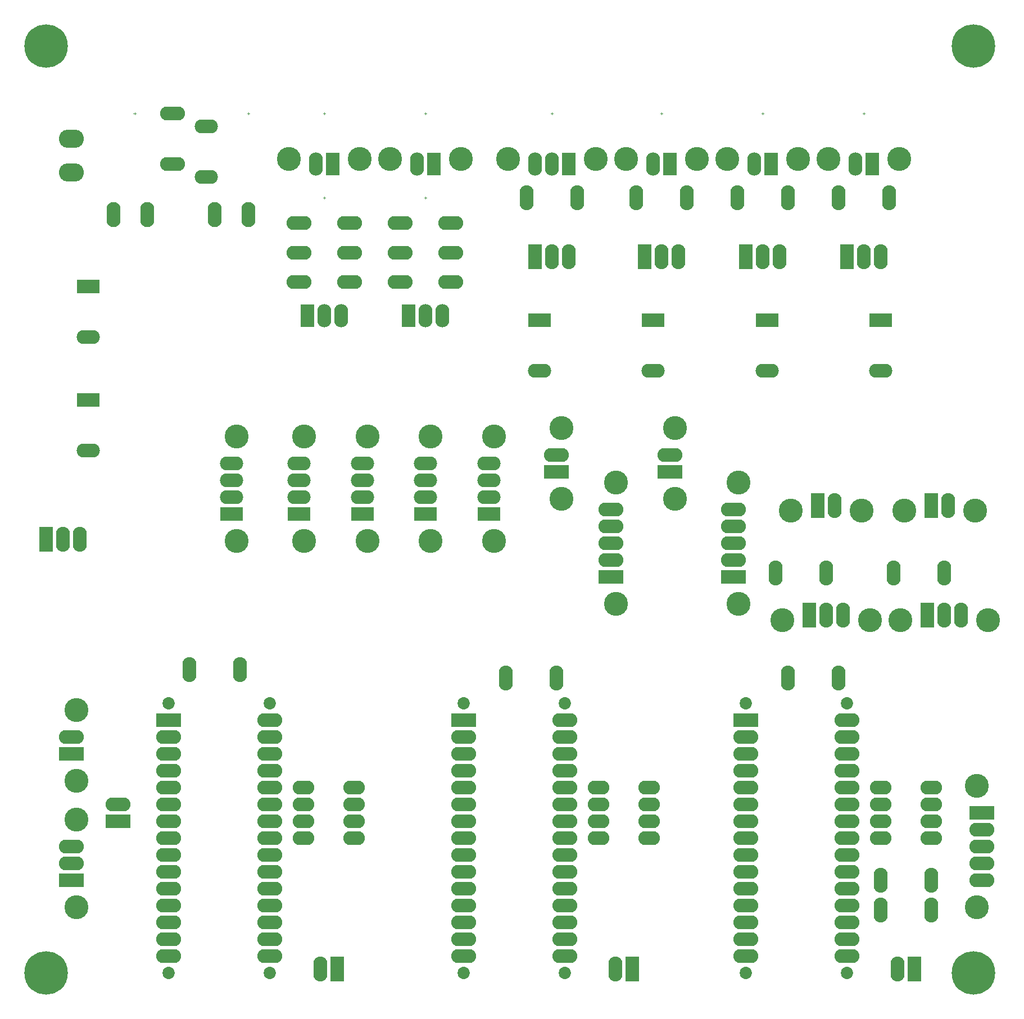
<source format=gbs>
G04 Layer_Color=8150272*
%FSLAX44Y44*%
%MOMM*%
G71*
G01*
G75*
%ADD25C,0.1000*%
%ADD59O,3.5052X2.1082*%
%ADD60R,3.5052X2.1082*%
%ADD61O,3.7592X2.1082*%
%ADD62C,3.6068*%
%ADD63R,2.1082X3.7592*%
%ADD64O,2.1082X3.7592*%
%ADD65R,3.7592X2.1082*%
%ADD66O,3.2512X2.1082*%
%ADD67O,3.7592X2.7432*%
%ADD68O,2.1082X3.5052*%
%ADD69R,2.1082X3.5052*%
%ADD70C,6.5532*%
%ADD71C,1.8542*%
%ADD72O,3.7592X2.1082*%
%ADD73O,2.1082X3.7846*%
D25*
X450850Y1610900D02*
Y1614900D01*
X448850Y1612900D02*
X452850D01*
X622300Y1610900D02*
Y1614900D01*
X620300Y1612900D02*
X624300D01*
X736600Y1610900D02*
Y1614900D01*
X734600Y1612900D02*
X738600D01*
X889000Y1610900D02*
Y1614900D01*
X887000Y1612900D02*
X891000D01*
X734600Y1485900D02*
X738600D01*
X736600Y1483900D02*
Y1487900D01*
X887000Y1485900D02*
X891000D01*
X889000Y1483900D02*
Y1487900D01*
X1079500Y1610900D02*
Y1614900D01*
X1077500Y1612900D02*
X1081500D01*
X1244600Y1610900D02*
Y1614900D01*
X1242600Y1612900D02*
X1246600D01*
X1397000Y1610900D02*
Y1614900D01*
X1395000Y1612900D02*
X1399000D01*
X1549400Y1610900D02*
Y1614900D01*
X1547400Y1612900D02*
X1551400D01*
D59*
X381000Y1276350D02*
D03*
Y1104900D02*
D03*
X558800Y1593850D02*
D03*
Y1517650D02*
D03*
X698500Y1035050D02*
D03*
Y1060450D02*
D03*
Y1085850D02*
D03*
X889000Y1035050D02*
D03*
Y1060450D02*
D03*
Y1085850D02*
D03*
X596900Y1035050D02*
D03*
Y1060450D02*
D03*
Y1085850D02*
D03*
X793750Y1035050D02*
D03*
Y1060450D02*
D03*
Y1085850D02*
D03*
X984250Y1035050D02*
D03*
Y1060450D02*
D03*
Y1085850D02*
D03*
X1060450Y1225550D02*
D03*
X1231900D02*
D03*
X1403350D02*
D03*
X1574800D02*
D03*
D60*
X381000Y1352550D02*
D03*
Y1181100D02*
D03*
X698500Y1009650D02*
D03*
X889000D02*
D03*
X596900D02*
D03*
X793750D02*
D03*
X984250D02*
D03*
X1060450Y1301750D02*
D03*
X1231900D02*
D03*
X1403350D02*
D03*
X1574800D02*
D03*
D61*
X508000Y1536700D02*
D03*
Y1612900D02*
D03*
X1257300Y1098550D02*
D03*
X1352550Y1016000D02*
D03*
Y990600D02*
D03*
Y965200D02*
D03*
Y939800D02*
D03*
X1085850Y1098550D02*
D03*
X1168400Y1016000D02*
D03*
Y990600D02*
D03*
Y965200D02*
D03*
Y939800D02*
D03*
X1727200Y533400D02*
D03*
Y508000D02*
D03*
Y482600D02*
D03*
Y457200D02*
D03*
X355600Y482600D02*
D03*
Y508000D02*
D03*
X946150Y673100D02*
D03*
Y647700D02*
D03*
Y622300D02*
D03*
Y596900D02*
D03*
Y571500D02*
D03*
Y546100D02*
D03*
Y520700D02*
D03*
Y495300D02*
D03*
Y469900D02*
D03*
Y444500D02*
D03*
Y419100D02*
D03*
X1098550Y698500D02*
D03*
Y673100D02*
D03*
Y647700D02*
D03*
Y622300D02*
D03*
Y596900D02*
D03*
Y571500D02*
D03*
Y520700D02*
D03*
Y495300D02*
D03*
Y444500D02*
D03*
Y419100D02*
D03*
Y469900D02*
D03*
Y546100D02*
D03*
X946150Y393700D02*
D03*
Y368300D02*
D03*
Y342900D02*
D03*
X1098550Y393700D02*
D03*
Y368300D02*
D03*
Y342900D02*
D03*
X501650Y673100D02*
D03*
Y647700D02*
D03*
Y622300D02*
D03*
Y596900D02*
D03*
Y571500D02*
D03*
Y546100D02*
D03*
Y520700D02*
D03*
Y495300D02*
D03*
Y469900D02*
D03*
Y444500D02*
D03*
Y419100D02*
D03*
X654050Y698500D02*
D03*
Y673100D02*
D03*
Y647700D02*
D03*
Y622300D02*
D03*
Y596900D02*
D03*
Y571500D02*
D03*
Y520700D02*
D03*
Y495300D02*
D03*
Y444500D02*
D03*
Y419100D02*
D03*
Y469900D02*
D03*
Y546100D02*
D03*
X501650Y393700D02*
D03*
Y368300D02*
D03*
Y342900D02*
D03*
X654050Y393700D02*
D03*
Y368300D02*
D03*
Y342900D02*
D03*
X355600Y673100D02*
D03*
X425450Y571500D02*
D03*
X1371600Y673100D02*
D03*
Y647700D02*
D03*
Y622300D02*
D03*
Y596900D02*
D03*
Y571500D02*
D03*
Y546100D02*
D03*
Y520700D02*
D03*
Y495300D02*
D03*
Y469900D02*
D03*
Y444500D02*
D03*
Y419100D02*
D03*
X1524000Y698500D02*
D03*
Y673100D02*
D03*
Y647700D02*
D03*
Y622300D02*
D03*
Y596900D02*
D03*
Y571500D02*
D03*
Y520700D02*
D03*
Y495300D02*
D03*
Y444500D02*
D03*
Y419100D02*
D03*
Y469900D02*
D03*
Y546100D02*
D03*
X1371600Y393700D02*
D03*
Y368300D02*
D03*
Y342900D02*
D03*
X1524000Y393700D02*
D03*
Y368300D02*
D03*
Y342900D02*
D03*
D62*
X1604010Y849630D02*
D03*
X1736090D02*
D03*
X1426210D02*
D03*
X1558290D02*
D03*
X1264920Y1032510D02*
D03*
Y1139190D02*
D03*
X1360170Y873760D02*
D03*
Y1056640D02*
D03*
X1093470Y1032510D02*
D03*
Y1139190D02*
D03*
X1176020Y873760D02*
D03*
Y1056640D02*
D03*
X1719580Y416560D02*
D03*
Y599440D02*
D03*
X706120Y1126490D02*
D03*
Y969010D02*
D03*
X896620Y1126490D02*
D03*
Y969010D02*
D03*
X835660Y1544320D02*
D03*
X942340D02*
D03*
X1343660D02*
D03*
X1450340D02*
D03*
X1191260D02*
D03*
X1297940D02*
D03*
X363220Y548640D02*
D03*
Y416560D02*
D03*
X604520Y1126490D02*
D03*
Y969010D02*
D03*
X801370Y1126490D02*
D03*
Y969010D02*
D03*
X991870Y1126490D02*
D03*
Y969010D02*
D03*
X683260Y1544320D02*
D03*
X789940D02*
D03*
X363220Y607060D02*
D03*
Y713740D02*
D03*
X1145540Y1544320D02*
D03*
X1013460D02*
D03*
X1602740D02*
D03*
X1496060D02*
D03*
X1717040Y1014730D02*
D03*
X1610360D02*
D03*
X1545590D02*
D03*
X1438910D02*
D03*
D63*
X1644650Y857250D02*
D03*
X1466850D02*
D03*
X317500Y971550D02*
D03*
X755650Y323850D02*
D03*
X1200150D02*
D03*
X1625600D02*
D03*
X1371600Y1397000D02*
D03*
X1219200D02*
D03*
X1054100D02*
D03*
X1524000D02*
D03*
X1651000Y1022350D02*
D03*
X1479550D02*
D03*
D64*
X1695450Y857250D02*
D03*
X1670050D02*
D03*
X1517650D02*
D03*
X1492250D02*
D03*
X368300Y971550D02*
D03*
X342900D02*
D03*
X730250Y323850D02*
D03*
X1174750D02*
D03*
X1600200D02*
D03*
X1085850Y762000D02*
D03*
X1009650D02*
D03*
X1670050Y920750D02*
D03*
X1593850D02*
D03*
X1492250D02*
D03*
X1416050D02*
D03*
X1397000Y1397000D02*
D03*
X1422400D02*
D03*
X1244600D02*
D03*
X1270000D02*
D03*
X1079500D02*
D03*
X1104900D02*
D03*
X1574800D02*
D03*
X1549400D02*
D03*
X1041400Y1485900D02*
D03*
X1117600D02*
D03*
X1206500D02*
D03*
X1282700D02*
D03*
X1358900D02*
D03*
X1435100D02*
D03*
X1511300D02*
D03*
X1587500D02*
D03*
X609600Y774700D02*
D03*
X533400D02*
D03*
X1574800Y412750D02*
D03*
X1651000D02*
D03*
X1574800Y457200D02*
D03*
X1651000D02*
D03*
X1676400Y1022350D02*
D03*
X1504950D02*
D03*
X1511300Y762000D02*
D03*
X1435100D02*
D03*
D65*
X1257300Y1073150D02*
D03*
X1352550Y914400D02*
D03*
X1085850Y1073150D02*
D03*
X1168400Y914400D02*
D03*
X1727200Y558800D02*
D03*
X355600Y457200D02*
D03*
X946150Y698500D02*
D03*
X501650D02*
D03*
X355600Y647700D02*
D03*
X425450Y546100D02*
D03*
X1371600Y698500D02*
D03*
D66*
X1574800Y596900D02*
D03*
Y571500D02*
D03*
X1651000D02*
D03*
Y596900D02*
D03*
X1574800Y546100D02*
D03*
Y520700D02*
D03*
X1651000Y546100D02*
D03*
Y520700D02*
D03*
X704850Y596900D02*
D03*
Y571500D02*
D03*
X781050D02*
D03*
Y596900D02*
D03*
X704850Y546100D02*
D03*
Y520700D02*
D03*
X781050Y546100D02*
D03*
Y520700D02*
D03*
X1149350Y596900D02*
D03*
Y571500D02*
D03*
X1225550D02*
D03*
Y596900D02*
D03*
X1149350Y546100D02*
D03*
Y520700D02*
D03*
X1225550Y546100D02*
D03*
Y520700D02*
D03*
D67*
X355854Y1575011D02*
D03*
Y1524000D02*
D03*
D68*
X876300Y1536700D02*
D03*
X1384300D02*
D03*
X1231900D02*
D03*
X723900D02*
D03*
X889000Y1308100D02*
D03*
X914400D02*
D03*
X736600D02*
D03*
X762000D02*
D03*
X1054100Y1536700D02*
D03*
X1079500D02*
D03*
X1536700D02*
D03*
D69*
X901700D02*
D03*
X1409700D02*
D03*
X1257300D02*
D03*
X749300D02*
D03*
X863600Y1308100D02*
D03*
X711200D02*
D03*
X1104900Y1536700D02*
D03*
X1562100D02*
D03*
D70*
X317500Y1714500D02*
D03*
X1714500D02*
D03*
X317500Y317500D02*
D03*
X1714500D02*
D03*
D71*
X946150D02*
D03*
X1098550D02*
D03*
Y723900D02*
D03*
X946150D02*
D03*
X501650Y317500D02*
D03*
X654050D02*
D03*
Y723900D02*
D03*
X501650D02*
D03*
X1371600Y317500D02*
D03*
X1524000D02*
D03*
Y723900D02*
D03*
X1371600D02*
D03*
D72*
X774700Y1447800D02*
D03*
X698500D02*
D03*
X774700Y1358900D02*
D03*
X698500D02*
D03*
Y1403350D02*
D03*
X774700D02*
D03*
X927100Y1447800D02*
D03*
X850900D02*
D03*
Y1403350D02*
D03*
X927100D02*
D03*
Y1358900D02*
D03*
X850900D02*
D03*
D73*
X419100Y1460500D02*
D03*
X622300D02*
D03*
X469900D02*
D03*
X571500D02*
D03*
M02*

</source>
